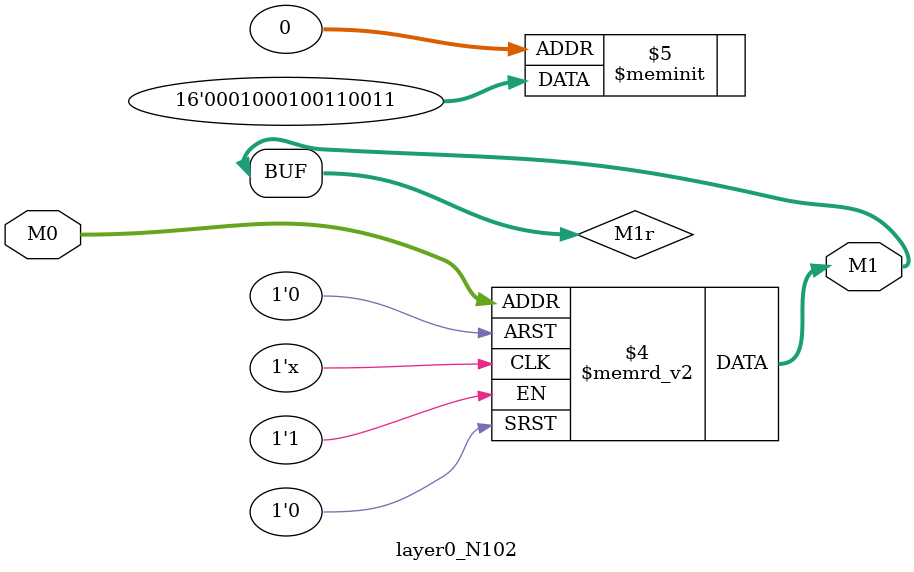
<source format=v>
module layer0_N102 ( input [2:0] M0, output [1:0] M1 );

	(*rom_style = "distributed" *) reg [1:0] M1r;
	assign M1 = M1r;
	always @ (M0) begin
		case (M0)
			3'b000: M1r = 2'b11;
			3'b100: M1r = 2'b01;
			3'b010: M1r = 2'b11;
			3'b110: M1r = 2'b01;
			3'b001: M1r = 2'b00;
			3'b101: M1r = 2'b00;
			3'b011: M1r = 2'b00;
			3'b111: M1r = 2'b00;

		endcase
	end
endmodule

</source>
